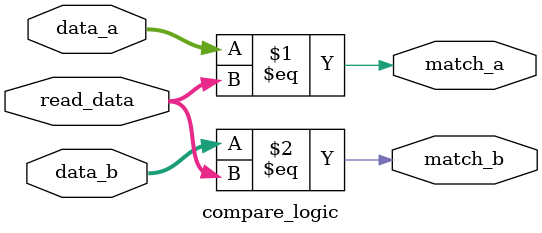
<source format=sv>
module cam_4 (
    input wire clk,
    input wire rst,
    input wire write_en,
    input wire [7:0] write_data,
    input wire [7:0] read_data,
    output reg match_flag
);

    // Stage 1 signals
    reg [7:0] write_data_stage1;
    reg write_en_stage1;
    reg [7:0] read_data_stage1;
    
    // Stage 2 signals
    reg [7:0] data_a_stage2, data_b_stage2;
    reg [7:0] read_data_stage2;
    wire match_a_stage2, match_b_stage2;
    
    // Stage 3 signals
    reg match_a_stage3, match_b_stage3;

    // Stage 1: Input register
    always @(posedge clk) begin
        if (rst) begin
            write_data_stage1 <= 8'b0;
            write_en_stage1 <= 1'b0;
            read_data_stage1 <= 8'b0;
        end else begin
            write_data_stage1 <= write_data;
            write_en_stage1 <= write_en;
            read_data_stage1 <= read_data;
        end
    end

    // Stage 2: Data storage and comparison
    data_storage storage (
        .clk(clk),
        .rst(rst),
        .write_en(write_en_stage1),
        .write_data(write_data_stage1),
        .data_a(data_a_stage2),
        .data_b(data_b_stage2)
    );

    compare_logic compare (
        .data_a(data_a_stage2),
        .data_b(data_b_stage2),
        .read_data(read_data_stage1),
        .match_a(match_a_stage2),
        .match_b(match_b_stage2)
    );

    // Stage 2 to Stage 3 pipeline register
    always @(posedge clk) begin
        if (rst) begin
            match_a_stage3 <= 1'b0;
            match_b_stage3 <= 1'b0;
        end else begin
            match_a_stage3 <= match_a_stage2;
            match_b_stage3 <= match_b_stage2;
        end
    end

    // Stage 3: Match flag generation
    always @(posedge clk) begin
        if (rst) begin
            match_flag <= 1'b0;
        end else begin
            match_flag <= match_a_stage3 || match_b_stage3;
        end
    end

endmodule

module data_storage (
    input wire clk,
    input wire rst,
    input wire write_en,
    input wire [7:0] write_data,
    output reg [7:0] data_a,
    output reg [7:0] data_b
);

    always @(posedge clk) begin
        if (rst) begin
            data_a <= 8'b0;
            data_b <= 8'b0;
        end else if (write_en) begin
            data_a <= write_data;
            data_b <= write_data;
        end
    end

endmodule

module compare_logic (
    input wire [7:0] data_a,
    input wire [7:0] data_b,
    input wire [7:0] read_data,
    output wire match_a,
    output wire match_b
);

    assign match_a = (data_a == read_data);
    assign match_b = (data_b == read_data);

endmodule
</source>
